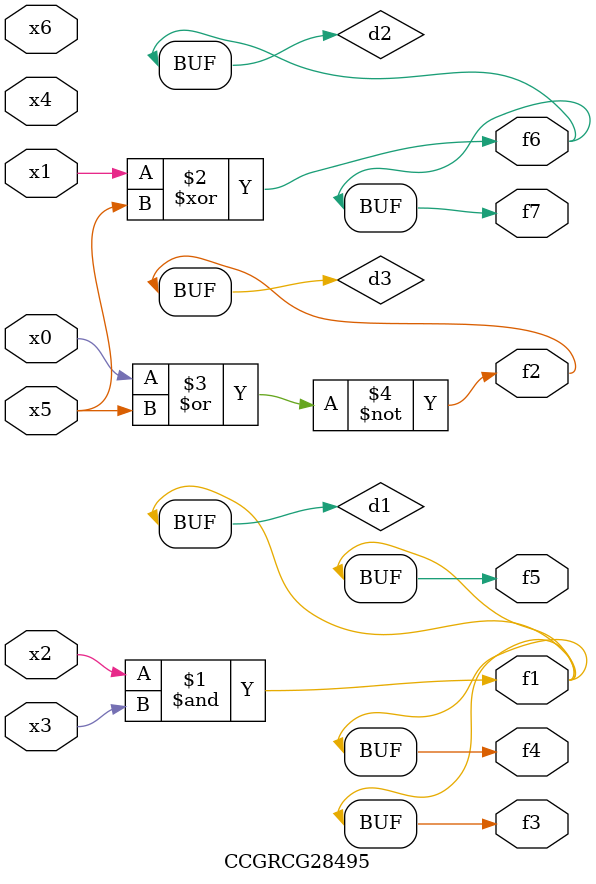
<source format=v>
module CCGRCG28495(
	input x0, x1, x2, x3, x4, x5, x6,
	output f1, f2, f3, f4, f5, f6, f7
);

	wire d1, d2, d3;

	and (d1, x2, x3);
	xor (d2, x1, x5);
	nor (d3, x0, x5);
	assign f1 = d1;
	assign f2 = d3;
	assign f3 = d1;
	assign f4 = d1;
	assign f5 = d1;
	assign f6 = d2;
	assign f7 = d2;
endmodule

</source>
